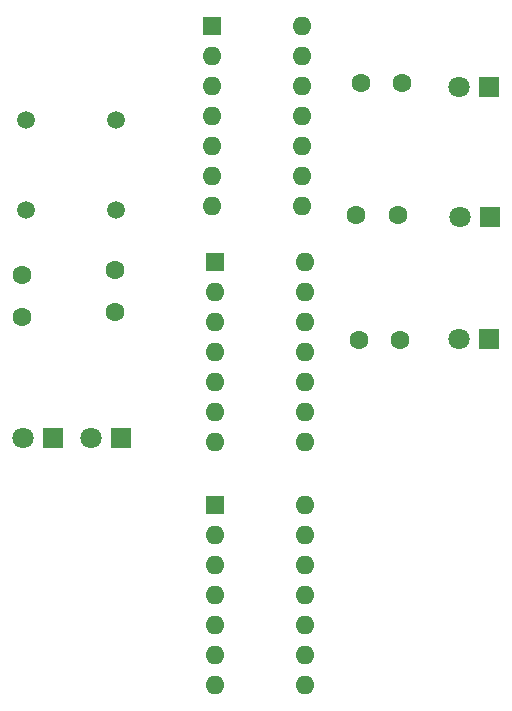
<source format=gbs>
%TF.GenerationSoftware,KiCad,Pcbnew,7.0.10*%
%TF.CreationDate,2024-01-30T14:45:37-06:00*%
%TF.ProjectId,logic_gates,6c6f6769-635f-4676-9174-65732e6b6963,rev?*%
%TF.SameCoordinates,Original*%
%TF.FileFunction,Soldermask,Bot*%
%TF.FilePolarity,Negative*%
%FSLAX46Y46*%
G04 Gerber Fmt 4.6, Leading zero omitted, Abs format (unit mm)*
G04 Created by KiCad (PCBNEW 7.0.10) date 2024-01-30 14:45:37*
%MOMM*%
%LPD*%
G01*
G04 APERTURE LIST*
%ADD10C,1.600000*%
%ADD11O,1.600000X1.600000*%
%ADD12R,1.600000X1.600000*%
%ADD13C,1.800000*%
%ADD14R,1.800000X1.800000*%
%ADD15C,1.512000*%
G04 APERTURE END LIST*
D10*
%TO.C,R4*%
X151950000Y-82850000D03*
X148450000Y-82850000D03*
%TD*%
D11*
%TO.C,U3*%
X144120000Y-107375000D03*
X144120000Y-109915000D03*
X144120000Y-112455000D03*
X144120000Y-114995000D03*
X144120000Y-117535000D03*
X144120000Y-120075000D03*
X144120000Y-122615000D03*
X136500000Y-122615000D03*
X136500000Y-120075000D03*
X136500000Y-117535000D03*
X136500000Y-114995000D03*
X136500000Y-112455000D03*
X136500000Y-109915000D03*
D12*
X136500000Y-107375000D03*
%TD*%
D13*
%TO.C,D3*%
X157110000Y-72025000D03*
D14*
X159650000Y-72025000D03*
%TD*%
D12*
%TO.C,U2*%
X136500000Y-86875000D03*
D11*
X136500000Y-89415000D03*
X136500000Y-91955000D03*
X136500000Y-94495000D03*
X136500000Y-97035000D03*
X136500000Y-99575000D03*
X136500000Y-102115000D03*
X144120000Y-102115000D03*
X144120000Y-99575000D03*
X144120000Y-97035000D03*
X144120000Y-94495000D03*
X144120000Y-91955000D03*
X144120000Y-89415000D03*
X144120000Y-86875000D03*
%TD*%
D10*
%TO.C,R3*%
X128050000Y-91050000D03*
X128050000Y-87550000D03*
%TD*%
%TO.C,R1*%
X120150000Y-91450000D03*
X120150000Y-87950000D03*
%TD*%
%TO.C,R6*%
X148650000Y-93450000D03*
X152150000Y-93450000D03*
%TD*%
D14*
%TO.C,D6*%
X159650000Y-93325000D03*
D13*
X157110000Y-93325000D03*
%TD*%
D14*
%TO.C,D4*%
X159750000Y-83025000D03*
D13*
X157210000Y-83025000D03*
%TD*%
D11*
%TO.C,U1*%
X143820000Y-66875000D03*
X143820000Y-69415000D03*
X143820000Y-71955000D03*
X143820000Y-74495000D03*
X143820000Y-77035000D03*
X143820000Y-79575000D03*
X143820000Y-82115000D03*
X136200000Y-82115000D03*
X136200000Y-79575000D03*
X136200000Y-77035000D03*
X136200000Y-74495000D03*
X136200000Y-71955000D03*
X136200000Y-69415000D03*
D12*
X136200000Y-66875000D03*
%TD*%
D15*
%TO.C,S1*%
X120500000Y-74790000D03*
X120500000Y-82410000D03*
%TD*%
D13*
%TO.C,D2*%
X126010000Y-101725000D03*
D14*
X128550000Y-101725000D03*
%TD*%
D10*
%TO.C,R2*%
X148850000Y-71650000D03*
X152350000Y-71650000D03*
%TD*%
D13*
%TO.C,D1*%
X120210000Y-101725000D03*
D14*
X122750000Y-101725000D03*
%TD*%
D15*
%TO.C,S2*%
X128100000Y-82410000D03*
X128100000Y-74790000D03*
%TD*%
M02*

</source>
